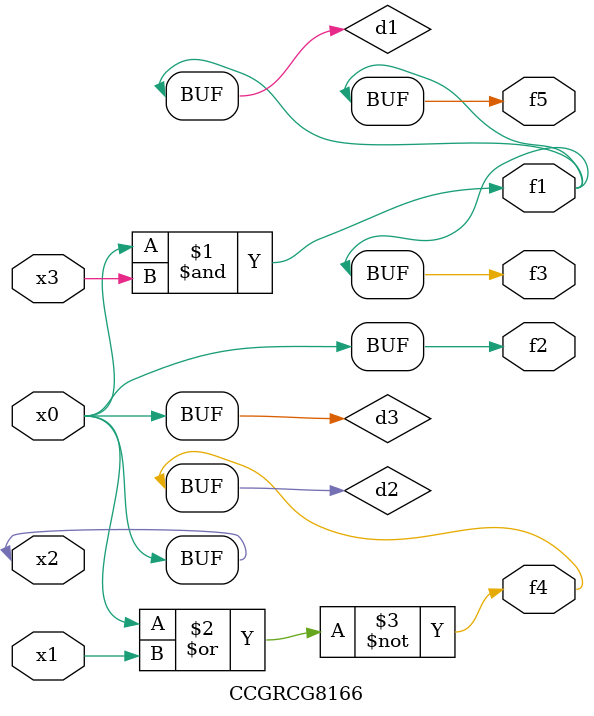
<source format=v>
module CCGRCG8166(
	input x0, x1, x2, x3,
	output f1, f2, f3, f4, f5
);

	wire d1, d2, d3;

	and (d1, x2, x3);
	nor (d2, x0, x1);
	buf (d3, x0, x2);
	assign f1 = d1;
	assign f2 = d3;
	assign f3 = d1;
	assign f4 = d2;
	assign f5 = d1;
endmodule

</source>
